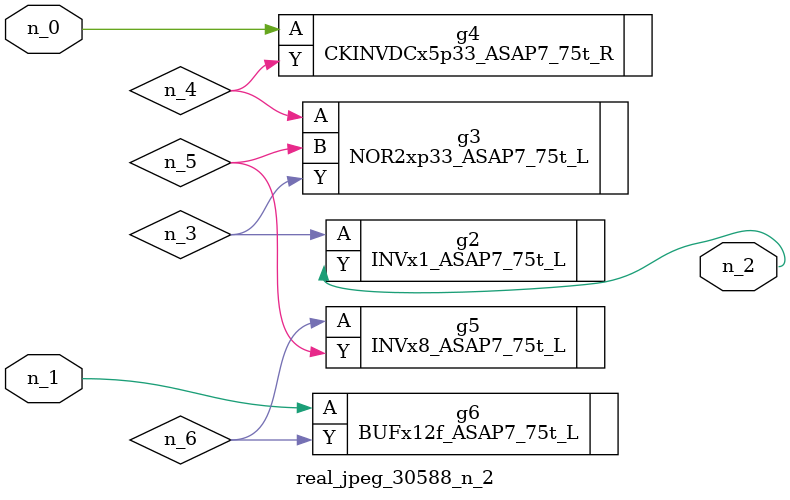
<source format=v>
module real_jpeg_30588_n_2 (n_1, n_0, n_2);

input n_1;
input n_0;

output n_2;

wire n_5;
wire n_4;
wire n_6;
wire n_3;

CKINVDCx5p33_ASAP7_75t_R g4 ( 
.A(n_0),
.Y(n_4)
);

BUFx12f_ASAP7_75t_L g6 ( 
.A(n_1),
.Y(n_6)
);

INVx1_ASAP7_75t_L g2 ( 
.A(n_3),
.Y(n_2)
);

NOR2xp33_ASAP7_75t_L g3 ( 
.A(n_4),
.B(n_5),
.Y(n_3)
);

INVx8_ASAP7_75t_L g5 ( 
.A(n_6),
.Y(n_5)
);


endmodule
</source>
